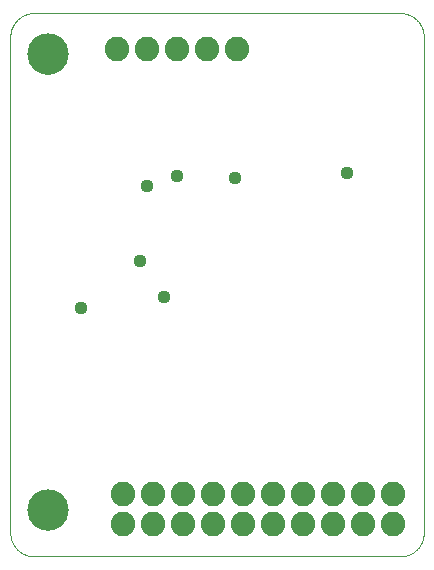
<source format=gbs>
G75*
%MOIN*%
%OFA0B0*%
%FSLAX25Y25*%
%IPPOS*%
%LPD*%
%AMOC8*
5,1,8,0,0,1.08239X$1,22.5*
%
%ADD10C,0.00000*%
%ADD11C,0.08200*%
%ADD12C,0.13800*%
%ADD13C,0.04369*%
D10*
X0001500Y0009374D02*
X0001500Y0174728D01*
X0001502Y0174918D01*
X0001509Y0175108D01*
X0001521Y0175298D01*
X0001537Y0175488D01*
X0001557Y0175677D01*
X0001583Y0175866D01*
X0001612Y0176054D01*
X0001647Y0176241D01*
X0001686Y0176427D01*
X0001729Y0176612D01*
X0001777Y0176797D01*
X0001829Y0176980D01*
X0001885Y0177161D01*
X0001946Y0177341D01*
X0002012Y0177520D01*
X0002081Y0177697D01*
X0002155Y0177873D01*
X0002233Y0178046D01*
X0002316Y0178218D01*
X0002402Y0178387D01*
X0002492Y0178555D01*
X0002587Y0178720D01*
X0002685Y0178883D01*
X0002788Y0179043D01*
X0002894Y0179201D01*
X0003004Y0179356D01*
X0003117Y0179509D01*
X0003235Y0179659D01*
X0003356Y0179805D01*
X0003480Y0179949D01*
X0003608Y0180090D01*
X0003739Y0180228D01*
X0003874Y0180363D01*
X0004012Y0180494D01*
X0004153Y0180622D01*
X0004297Y0180746D01*
X0004443Y0180867D01*
X0004593Y0180985D01*
X0004746Y0181098D01*
X0004901Y0181208D01*
X0005059Y0181314D01*
X0005219Y0181417D01*
X0005382Y0181515D01*
X0005547Y0181610D01*
X0005715Y0181700D01*
X0005884Y0181786D01*
X0006056Y0181869D01*
X0006229Y0181947D01*
X0006405Y0182021D01*
X0006582Y0182090D01*
X0006761Y0182156D01*
X0006941Y0182217D01*
X0007122Y0182273D01*
X0007305Y0182325D01*
X0007490Y0182373D01*
X0007675Y0182416D01*
X0007861Y0182455D01*
X0008048Y0182490D01*
X0008236Y0182519D01*
X0008425Y0182545D01*
X0008614Y0182565D01*
X0008804Y0182581D01*
X0008994Y0182593D01*
X0009184Y0182600D01*
X0009374Y0182602D01*
X0131421Y0182602D01*
X0131611Y0182600D01*
X0131801Y0182593D01*
X0131991Y0182581D01*
X0132181Y0182565D01*
X0132370Y0182545D01*
X0132559Y0182519D01*
X0132747Y0182490D01*
X0132934Y0182455D01*
X0133120Y0182416D01*
X0133305Y0182373D01*
X0133490Y0182325D01*
X0133673Y0182273D01*
X0133854Y0182217D01*
X0134034Y0182156D01*
X0134213Y0182090D01*
X0134390Y0182021D01*
X0134566Y0181947D01*
X0134739Y0181869D01*
X0134911Y0181786D01*
X0135080Y0181700D01*
X0135248Y0181610D01*
X0135413Y0181515D01*
X0135576Y0181417D01*
X0135736Y0181314D01*
X0135894Y0181208D01*
X0136049Y0181098D01*
X0136202Y0180985D01*
X0136352Y0180867D01*
X0136498Y0180746D01*
X0136642Y0180622D01*
X0136783Y0180494D01*
X0136921Y0180363D01*
X0137056Y0180228D01*
X0137187Y0180090D01*
X0137315Y0179949D01*
X0137439Y0179805D01*
X0137560Y0179659D01*
X0137678Y0179509D01*
X0137791Y0179356D01*
X0137901Y0179201D01*
X0138007Y0179043D01*
X0138110Y0178883D01*
X0138208Y0178720D01*
X0138303Y0178555D01*
X0138393Y0178387D01*
X0138479Y0178218D01*
X0138562Y0178046D01*
X0138640Y0177873D01*
X0138714Y0177697D01*
X0138783Y0177520D01*
X0138849Y0177341D01*
X0138910Y0177161D01*
X0138966Y0176980D01*
X0139018Y0176797D01*
X0139066Y0176612D01*
X0139109Y0176427D01*
X0139148Y0176241D01*
X0139183Y0176054D01*
X0139212Y0175866D01*
X0139238Y0175677D01*
X0139258Y0175488D01*
X0139274Y0175298D01*
X0139286Y0175108D01*
X0139293Y0174918D01*
X0139295Y0174728D01*
X0139295Y0009374D01*
X0139293Y0009184D01*
X0139286Y0008994D01*
X0139274Y0008804D01*
X0139258Y0008614D01*
X0139238Y0008425D01*
X0139212Y0008236D01*
X0139183Y0008048D01*
X0139148Y0007861D01*
X0139109Y0007675D01*
X0139066Y0007490D01*
X0139018Y0007305D01*
X0138966Y0007122D01*
X0138910Y0006941D01*
X0138849Y0006761D01*
X0138783Y0006582D01*
X0138714Y0006405D01*
X0138640Y0006229D01*
X0138562Y0006056D01*
X0138479Y0005884D01*
X0138393Y0005715D01*
X0138303Y0005547D01*
X0138208Y0005382D01*
X0138110Y0005219D01*
X0138007Y0005059D01*
X0137901Y0004901D01*
X0137791Y0004746D01*
X0137678Y0004593D01*
X0137560Y0004443D01*
X0137439Y0004297D01*
X0137315Y0004153D01*
X0137187Y0004012D01*
X0137056Y0003874D01*
X0136921Y0003739D01*
X0136783Y0003608D01*
X0136642Y0003480D01*
X0136498Y0003356D01*
X0136352Y0003235D01*
X0136202Y0003117D01*
X0136049Y0003004D01*
X0135894Y0002894D01*
X0135736Y0002788D01*
X0135576Y0002685D01*
X0135413Y0002587D01*
X0135248Y0002492D01*
X0135080Y0002402D01*
X0134911Y0002316D01*
X0134739Y0002233D01*
X0134566Y0002155D01*
X0134390Y0002081D01*
X0134213Y0002012D01*
X0134034Y0001946D01*
X0133854Y0001885D01*
X0133673Y0001829D01*
X0133490Y0001777D01*
X0133305Y0001729D01*
X0133120Y0001686D01*
X0132934Y0001647D01*
X0132747Y0001612D01*
X0132559Y0001583D01*
X0132370Y0001557D01*
X0132181Y0001537D01*
X0131991Y0001521D01*
X0131801Y0001509D01*
X0131611Y0001502D01*
X0131421Y0001500D01*
X0009374Y0001500D01*
X0009184Y0001502D01*
X0008994Y0001509D01*
X0008804Y0001521D01*
X0008614Y0001537D01*
X0008425Y0001557D01*
X0008236Y0001583D01*
X0008048Y0001612D01*
X0007861Y0001647D01*
X0007675Y0001686D01*
X0007490Y0001729D01*
X0007305Y0001777D01*
X0007122Y0001829D01*
X0006941Y0001885D01*
X0006761Y0001946D01*
X0006582Y0002012D01*
X0006405Y0002081D01*
X0006229Y0002155D01*
X0006056Y0002233D01*
X0005884Y0002316D01*
X0005715Y0002402D01*
X0005547Y0002492D01*
X0005382Y0002587D01*
X0005219Y0002685D01*
X0005059Y0002788D01*
X0004901Y0002894D01*
X0004746Y0003004D01*
X0004593Y0003117D01*
X0004443Y0003235D01*
X0004297Y0003356D01*
X0004153Y0003480D01*
X0004012Y0003608D01*
X0003874Y0003739D01*
X0003739Y0003874D01*
X0003608Y0004012D01*
X0003480Y0004153D01*
X0003356Y0004297D01*
X0003235Y0004443D01*
X0003117Y0004593D01*
X0003004Y0004746D01*
X0002894Y0004901D01*
X0002788Y0005059D01*
X0002685Y0005219D01*
X0002587Y0005382D01*
X0002492Y0005547D01*
X0002402Y0005715D01*
X0002316Y0005884D01*
X0002233Y0006056D01*
X0002155Y0006229D01*
X0002081Y0006405D01*
X0002012Y0006582D01*
X0001946Y0006761D01*
X0001885Y0006941D01*
X0001829Y0007122D01*
X0001777Y0007305D01*
X0001729Y0007490D01*
X0001686Y0007675D01*
X0001647Y0007861D01*
X0001612Y0008048D01*
X0001583Y0008236D01*
X0001557Y0008425D01*
X0001537Y0008614D01*
X0001521Y0008804D01*
X0001509Y0008994D01*
X0001502Y0009184D01*
X0001500Y0009374D01*
X0007441Y0016953D02*
X0007443Y0017114D01*
X0007449Y0017274D01*
X0007459Y0017435D01*
X0007473Y0017595D01*
X0007491Y0017755D01*
X0007512Y0017914D01*
X0007538Y0018073D01*
X0007568Y0018231D01*
X0007601Y0018388D01*
X0007639Y0018545D01*
X0007680Y0018700D01*
X0007725Y0018854D01*
X0007774Y0019007D01*
X0007827Y0019159D01*
X0007883Y0019310D01*
X0007944Y0019459D01*
X0008007Y0019607D01*
X0008075Y0019753D01*
X0008146Y0019897D01*
X0008220Y0020039D01*
X0008298Y0020180D01*
X0008380Y0020318D01*
X0008465Y0020455D01*
X0008553Y0020589D01*
X0008645Y0020721D01*
X0008740Y0020851D01*
X0008838Y0020979D01*
X0008939Y0021104D01*
X0009043Y0021226D01*
X0009150Y0021346D01*
X0009260Y0021463D01*
X0009373Y0021578D01*
X0009489Y0021689D01*
X0009608Y0021798D01*
X0009729Y0021903D01*
X0009853Y0022006D01*
X0009979Y0022106D01*
X0010107Y0022202D01*
X0010238Y0022295D01*
X0010372Y0022385D01*
X0010507Y0022472D01*
X0010645Y0022555D01*
X0010784Y0022635D01*
X0010926Y0022711D01*
X0011069Y0022784D01*
X0011214Y0022853D01*
X0011361Y0022919D01*
X0011509Y0022981D01*
X0011659Y0023039D01*
X0011810Y0023094D01*
X0011963Y0023145D01*
X0012117Y0023192D01*
X0012272Y0023235D01*
X0012428Y0023274D01*
X0012584Y0023310D01*
X0012742Y0023341D01*
X0012900Y0023369D01*
X0013059Y0023393D01*
X0013219Y0023413D01*
X0013379Y0023429D01*
X0013539Y0023441D01*
X0013700Y0023449D01*
X0013861Y0023453D01*
X0014021Y0023453D01*
X0014182Y0023449D01*
X0014343Y0023441D01*
X0014503Y0023429D01*
X0014663Y0023413D01*
X0014823Y0023393D01*
X0014982Y0023369D01*
X0015140Y0023341D01*
X0015298Y0023310D01*
X0015454Y0023274D01*
X0015610Y0023235D01*
X0015765Y0023192D01*
X0015919Y0023145D01*
X0016072Y0023094D01*
X0016223Y0023039D01*
X0016373Y0022981D01*
X0016521Y0022919D01*
X0016668Y0022853D01*
X0016813Y0022784D01*
X0016956Y0022711D01*
X0017098Y0022635D01*
X0017237Y0022555D01*
X0017375Y0022472D01*
X0017510Y0022385D01*
X0017644Y0022295D01*
X0017775Y0022202D01*
X0017903Y0022106D01*
X0018029Y0022006D01*
X0018153Y0021903D01*
X0018274Y0021798D01*
X0018393Y0021689D01*
X0018509Y0021578D01*
X0018622Y0021463D01*
X0018732Y0021346D01*
X0018839Y0021226D01*
X0018943Y0021104D01*
X0019044Y0020979D01*
X0019142Y0020851D01*
X0019237Y0020721D01*
X0019329Y0020589D01*
X0019417Y0020455D01*
X0019502Y0020318D01*
X0019584Y0020180D01*
X0019662Y0020039D01*
X0019736Y0019897D01*
X0019807Y0019753D01*
X0019875Y0019607D01*
X0019938Y0019459D01*
X0019999Y0019310D01*
X0020055Y0019159D01*
X0020108Y0019007D01*
X0020157Y0018854D01*
X0020202Y0018700D01*
X0020243Y0018545D01*
X0020281Y0018388D01*
X0020314Y0018231D01*
X0020344Y0018073D01*
X0020370Y0017914D01*
X0020391Y0017755D01*
X0020409Y0017595D01*
X0020423Y0017435D01*
X0020433Y0017274D01*
X0020439Y0017114D01*
X0020441Y0016953D01*
X0020439Y0016792D01*
X0020433Y0016632D01*
X0020423Y0016471D01*
X0020409Y0016311D01*
X0020391Y0016151D01*
X0020370Y0015992D01*
X0020344Y0015833D01*
X0020314Y0015675D01*
X0020281Y0015518D01*
X0020243Y0015361D01*
X0020202Y0015206D01*
X0020157Y0015052D01*
X0020108Y0014899D01*
X0020055Y0014747D01*
X0019999Y0014596D01*
X0019938Y0014447D01*
X0019875Y0014299D01*
X0019807Y0014153D01*
X0019736Y0014009D01*
X0019662Y0013867D01*
X0019584Y0013726D01*
X0019502Y0013588D01*
X0019417Y0013451D01*
X0019329Y0013317D01*
X0019237Y0013185D01*
X0019142Y0013055D01*
X0019044Y0012927D01*
X0018943Y0012802D01*
X0018839Y0012680D01*
X0018732Y0012560D01*
X0018622Y0012443D01*
X0018509Y0012328D01*
X0018393Y0012217D01*
X0018274Y0012108D01*
X0018153Y0012003D01*
X0018029Y0011900D01*
X0017903Y0011800D01*
X0017775Y0011704D01*
X0017644Y0011611D01*
X0017510Y0011521D01*
X0017375Y0011434D01*
X0017237Y0011351D01*
X0017098Y0011271D01*
X0016956Y0011195D01*
X0016813Y0011122D01*
X0016668Y0011053D01*
X0016521Y0010987D01*
X0016373Y0010925D01*
X0016223Y0010867D01*
X0016072Y0010812D01*
X0015919Y0010761D01*
X0015765Y0010714D01*
X0015610Y0010671D01*
X0015454Y0010632D01*
X0015298Y0010596D01*
X0015140Y0010565D01*
X0014982Y0010537D01*
X0014823Y0010513D01*
X0014663Y0010493D01*
X0014503Y0010477D01*
X0014343Y0010465D01*
X0014182Y0010457D01*
X0014021Y0010453D01*
X0013861Y0010453D01*
X0013700Y0010457D01*
X0013539Y0010465D01*
X0013379Y0010477D01*
X0013219Y0010493D01*
X0013059Y0010513D01*
X0012900Y0010537D01*
X0012742Y0010565D01*
X0012584Y0010596D01*
X0012428Y0010632D01*
X0012272Y0010671D01*
X0012117Y0010714D01*
X0011963Y0010761D01*
X0011810Y0010812D01*
X0011659Y0010867D01*
X0011509Y0010925D01*
X0011361Y0010987D01*
X0011214Y0011053D01*
X0011069Y0011122D01*
X0010926Y0011195D01*
X0010784Y0011271D01*
X0010645Y0011351D01*
X0010507Y0011434D01*
X0010372Y0011521D01*
X0010238Y0011611D01*
X0010107Y0011704D01*
X0009979Y0011800D01*
X0009853Y0011900D01*
X0009729Y0012003D01*
X0009608Y0012108D01*
X0009489Y0012217D01*
X0009373Y0012328D01*
X0009260Y0012443D01*
X0009150Y0012560D01*
X0009043Y0012680D01*
X0008939Y0012802D01*
X0008838Y0012927D01*
X0008740Y0013055D01*
X0008645Y0013185D01*
X0008553Y0013317D01*
X0008465Y0013451D01*
X0008380Y0013588D01*
X0008298Y0013726D01*
X0008220Y0013867D01*
X0008146Y0014009D01*
X0008075Y0014153D01*
X0008007Y0014299D01*
X0007944Y0014447D01*
X0007883Y0014596D01*
X0007827Y0014747D01*
X0007774Y0014899D01*
X0007725Y0015052D01*
X0007680Y0015206D01*
X0007639Y0015361D01*
X0007601Y0015518D01*
X0007568Y0015675D01*
X0007538Y0015833D01*
X0007512Y0015992D01*
X0007491Y0016151D01*
X0007473Y0016311D01*
X0007459Y0016471D01*
X0007449Y0016632D01*
X0007443Y0016792D01*
X0007441Y0016953D01*
X0007441Y0168921D02*
X0007443Y0169082D01*
X0007449Y0169242D01*
X0007459Y0169403D01*
X0007473Y0169563D01*
X0007491Y0169723D01*
X0007512Y0169882D01*
X0007538Y0170041D01*
X0007568Y0170199D01*
X0007601Y0170356D01*
X0007639Y0170513D01*
X0007680Y0170668D01*
X0007725Y0170822D01*
X0007774Y0170975D01*
X0007827Y0171127D01*
X0007883Y0171278D01*
X0007944Y0171427D01*
X0008007Y0171575D01*
X0008075Y0171721D01*
X0008146Y0171865D01*
X0008220Y0172007D01*
X0008298Y0172148D01*
X0008380Y0172286D01*
X0008465Y0172423D01*
X0008553Y0172557D01*
X0008645Y0172689D01*
X0008740Y0172819D01*
X0008838Y0172947D01*
X0008939Y0173072D01*
X0009043Y0173194D01*
X0009150Y0173314D01*
X0009260Y0173431D01*
X0009373Y0173546D01*
X0009489Y0173657D01*
X0009608Y0173766D01*
X0009729Y0173871D01*
X0009853Y0173974D01*
X0009979Y0174074D01*
X0010107Y0174170D01*
X0010238Y0174263D01*
X0010372Y0174353D01*
X0010507Y0174440D01*
X0010645Y0174523D01*
X0010784Y0174603D01*
X0010926Y0174679D01*
X0011069Y0174752D01*
X0011214Y0174821D01*
X0011361Y0174887D01*
X0011509Y0174949D01*
X0011659Y0175007D01*
X0011810Y0175062D01*
X0011963Y0175113D01*
X0012117Y0175160D01*
X0012272Y0175203D01*
X0012428Y0175242D01*
X0012584Y0175278D01*
X0012742Y0175309D01*
X0012900Y0175337D01*
X0013059Y0175361D01*
X0013219Y0175381D01*
X0013379Y0175397D01*
X0013539Y0175409D01*
X0013700Y0175417D01*
X0013861Y0175421D01*
X0014021Y0175421D01*
X0014182Y0175417D01*
X0014343Y0175409D01*
X0014503Y0175397D01*
X0014663Y0175381D01*
X0014823Y0175361D01*
X0014982Y0175337D01*
X0015140Y0175309D01*
X0015298Y0175278D01*
X0015454Y0175242D01*
X0015610Y0175203D01*
X0015765Y0175160D01*
X0015919Y0175113D01*
X0016072Y0175062D01*
X0016223Y0175007D01*
X0016373Y0174949D01*
X0016521Y0174887D01*
X0016668Y0174821D01*
X0016813Y0174752D01*
X0016956Y0174679D01*
X0017098Y0174603D01*
X0017237Y0174523D01*
X0017375Y0174440D01*
X0017510Y0174353D01*
X0017644Y0174263D01*
X0017775Y0174170D01*
X0017903Y0174074D01*
X0018029Y0173974D01*
X0018153Y0173871D01*
X0018274Y0173766D01*
X0018393Y0173657D01*
X0018509Y0173546D01*
X0018622Y0173431D01*
X0018732Y0173314D01*
X0018839Y0173194D01*
X0018943Y0173072D01*
X0019044Y0172947D01*
X0019142Y0172819D01*
X0019237Y0172689D01*
X0019329Y0172557D01*
X0019417Y0172423D01*
X0019502Y0172286D01*
X0019584Y0172148D01*
X0019662Y0172007D01*
X0019736Y0171865D01*
X0019807Y0171721D01*
X0019875Y0171575D01*
X0019938Y0171427D01*
X0019999Y0171278D01*
X0020055Y0171127D01*
X0020108Y0170975D01*
X0020157Y0170822D01*
X0020202Y0170668D01*
X0020243Y0170513D01*
X0020281Y0170356D01*
X0020314Y0170199D01*
X0020344Y0170041D01*
X0020370Y0169882D01*
X0020391Y0169723D01*
X0020409Y0169563D01*
X0020423Y0169403D01*
X0020433Y0169242D01*
X0020439Y0169082D01*
X0020441Y0168921D01*
X0020439Y0168760D01*
X0020433Y0168600D01*
X0020423Y0168439D01*
X0020409Y0168279D01*
X0020391Y0168119D01*
X0020370Y0167960D01*
X0020344Y0167801D01*
X0020314Y0167643D01*
X0020281Y0167486D01*
X0020243Y0167329D01*
X0020202Y0167174D01*
X0020157Y0167020D01*
X0020108Y0166867D01*
X0020055Y0166715D01*
X0019999Y0166564D01*
X0019938Y0166415D01*
X0019875Y0166267D01*
X0019807Y0166121D01*
X0019736Y0165977D01*
X0019662Y0165835D01*
X0019584Y0165694D01*
X0019502Y0165556D01*
X0019417Y0165419D01*
X0019329Y0165285D01*
X0019237Y0165153D01*
X0019142Y0165023D01*
X0019044Y0164895D01*
X0018943Y0164770D01*
X0018839Y0164648D01*
X0018732Y0164528D01*
X0018622Y0164411D01*
X0018509Y0164296D01*
X0018393Y0164185D01*
X0018274Y0164076D01*
X0018153Y0163971D01*
X0018029Y0163868D01*
X0017903Y0163768D01*
X0017775Y0163672D01*
X0017644Y0163579D01*
X0017510Y0163489D01*
X0017375Y0163402D01*
X0017237Y0163319D01*
X0017098Y0163239D01*
X0016956Y0163163D01*
X0016813Y0163090D01*
X0016668Y0163021D01*
X0016521Y0162955D01*
X0016373Y0162893D01*
X0016223Y0162835D01*
X0016072Y0162780D01*
X0015919Y0162729D01*
X0015765Y0162682D01*
X0015610Y0162639D01*
X0015454Y0162600D01*
X0015298Y0162564D01*
X0015140Y0162533D01*
X0014982Y0162505D01*
X0014823Y0162481D01*
X0014663Y0162461D01*
X0014503Y0162445D01*
X0014343Y0162433D01*
X0014182Y0162425D01*
X0014021Y0162421D01*
X0013861Y0162421D01*
X0013700Y0162425D01*
X0013539Y0162433D01*
X0013379Y0162445D01*
X0013219Y0162461D01*
X0013059Y0162481D01*
X0012900Y0162505D01*
X0012742Y0162533D01*
X0012584Y0162564D01*
X0012428Y0162600D01*
X0012272Y0162639D01*
X0012117Y0162682D01*
X0011963Y0162729D01*
X0011810Y0162780D01*
X0011659Y0162835D01*
X0011509Y0162893D01*
X0011361Y0162955D01*
X0011214Y0163021D01*
X0011069Y0163090D01*
X0010926Y0163163D01*
X0010784Y0163239D01*
X0010645Y0163319D01*
X0010507Y0163402D01*
X0010372Y0163489D01*
X0010238Y0163579D01*
X0010107Y0163672D01*
X0009979Y0163768D01*
X0009853Y0163868D01*
X0009729Y0163971D01*
X0009608Y0164076D01*
X0009489Y0164185D01*
X0009373Y0164296D01*
X0009260Y0164411D01*
X0009150Y0164528D01*
X0009043Y0164648D01*
X0008939Y0164770D01*
X0008838Y0164895D01*
X0008740Y0165023D01*
X0008645Y0165153D01*
X0008553Y0165285D01*
X0008465Y0165419D01*
X0008380Y0165556D01*
X0008298Y0165694D01*
X0008220Y0165835D01*
X0008146Y0165977D01*
X0008075Y0166121D01*
X0008007Y0166267D01*
X0007944Y0166415D01*
X0007883Y0166564D01*
X0007827Y0166715D01*
X0007774Y0166867D01*
X0007725Y0167020D01*
X0007680Y0167174D01*
X0007639Y0167329D01*
X0007601Y0167486D01*
X0007568Y0167643D01*
X0007538Y0167801D01*
X0007512Y0167960D01*
X0007491Y0168119D01*
X0007473Y0168279D01*
X0007459Y0168439D01*
X0007449Y0168600D01*
X0007443Y0168760D01*
X0007441Y0168921D01*
D11*
X0036933Y0170791D03*
X0046933Y0170791D03*
X0056933Y0170791D03*
X0066933Y0170791D03*
X0076933Y0170791D03*
X0079177Y0022248D03*
X0079177Y0012248D03*
X0069177Y0012248D03*
X0069177Y0022248D03*
X0059177Y0022248D03*
X0059177Y0012248D03*
X0049177Y0012248D03*
X0049177Y0022248D03*
X0039177Y0022248D03*
X0039177Y0012248D03*
X0089177Y0012248D03*
X0089177Y0022248D03*
X0099177Y0022248D03*
X0099177Y0012248D03*
X0109177Y0012248D03*
X0109177Y0022248D03*
X0119177Y0022248D03*
X0119177Y0012248D03*
X0129177Y0012248D03*
X0129177Y0022248D03*
D12*
X0013941Y0016953D03*
X0013941Y0168921D03*
D13*
X0046933Y0125122D03*
X0056933Y0128272D03*
X0076303Y0127484D03*
X0052681Y0088114D03*
X0044807Y0099925D03*
X0025122Y0084177D03*
X0113705Y0129453D03*
M02*

</source>
